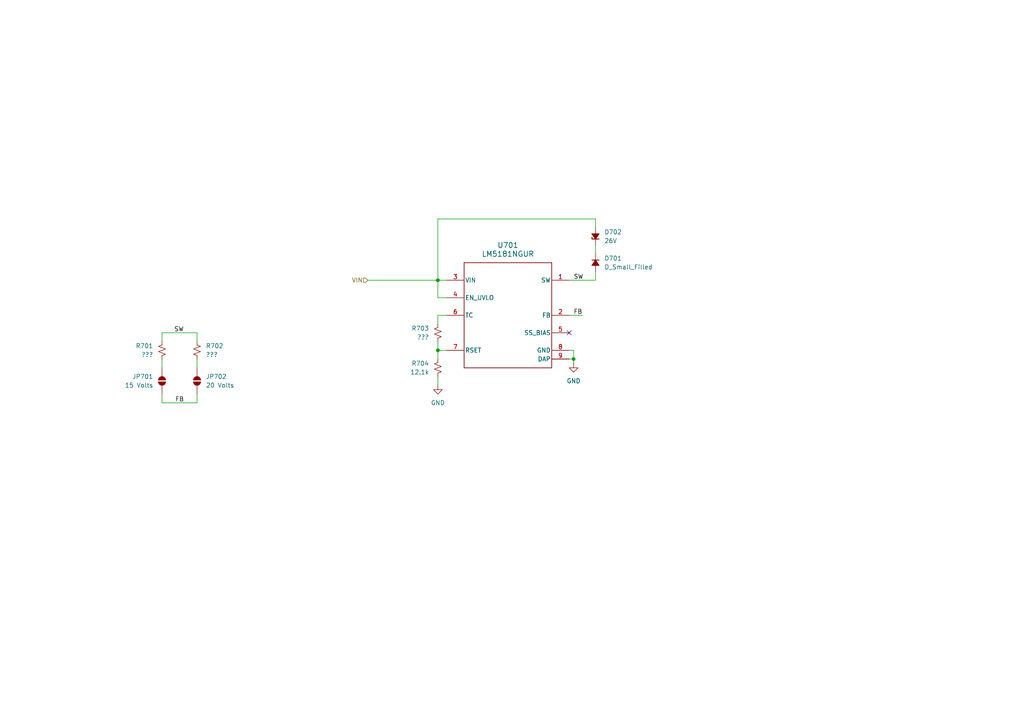
<source format=kicad_sch>
(kicad_sch (version 20231120) (generator "eeschema") (generator_version "8.0")
  (paper "A4")
  (title_block (title "Power Supply") (date "2024-10-27") (rev "0.1.0") (company "University of Wisconsin-Platteville") (comment 1 "Nicholas Loehrke"))
  (lib_symbols
    (symbol "Device:D_Small_Filled" (pin_numbers hide) (pin_names (offset 0.254) hide)
      (property "Reference" "D" (at -1.27 2.032 0))
      (property "Value" "D_Small_Filled" (at -3.81 -2.032 0))
      (symbol "D_Small_Filled_0_1"
        (polyline (pts (xy -0.762 -1.016) (xy -0.762 1.016)) (stroke (width 0.254)))
        (polyline (pts (xy -0.762 0) (xy 0.762 0)))
        (polyline (pts (xy 0.762 -1.016) (xy -0.762 0) (xy 0.762 1.016) (xy 0.762 -1.016)) (stroke (width 0.254)) (fill (type outline)))
      )
      (symbol "D_Small_Filled_1_1"
        (pin passive line (at -2.54 0 0) (length 1.778) (name "K") (number "1"))
        (pin passive line (at 2.54 0 180) (length 1.778) (name "A") (number "2"))
      )
    )
    (symbol "Device:D_Zener_Small_Filled" (pin_numbers hide) (pin_names (offset 0.254) hide)
      (property "Reference" "D" (at 0 2.286 0))
      (property "Value" "D_Zener_Small_Filled" (at 0 -2.286 0))
      (symbol "D_Zener_Small_Filled_0_1"
        (polyline (pts (xy 0.762 0) (xy -0.762 0)))
        (polyline (pts (xy -0.254 1.016) (xy -0.762 1.016) (xy -0.762 -1.016)) (stroke (width 0.254)))
        (polyline (pts (xy 0.762 1.016) (xy -0.762 0) (xy 0.762 -1.016) (xy 0.762 1.016)) (stroke (width 0.254)) (fill (type outline)))
      )
      (symbol "D_Zener_Small_Filled_1_1"
        (pin passive line (at -2.54 0 0) (length 1.778) (name "K") (number "1"))
        (pin passive line (at 2.54 0 180) (length 1.778) (name "A") (number "2"))
      )
    )
    (symbol "Device:R_Small_US" (pin_numbers hide) (pin_names (offset 0.254) hide)
      (property "Reference" "R" (at 0.762 0.508 0))
      (property "Value" "R_Small_US" (at 0.762 -1.016 0))
      (symbol "R_Small_US_1_1"
        (polyline (pts (xy 0 0) (xy 1.016 -0.381) (xy 0 -0.762) (xy -1.016 -1.143) (xy 0 -1.524)))
        (polyline (pts (xy 0 1.524) (xy 1.016 1.143) (xy 0 0.762) (xy -1.016 0.381) (xy 0 0)))
        (pin passive line (at 0 2.54 270) (length 1.016) (name "~") (number "1"))
        (pin passive line (at 0 -2.54 90) (length 1.016) (name "~") (number "2"))
      )
    )
    (symbol "Jumper:SolderJumper_2_Open" (pin_numbers hide) (pin_names (offset 0) hide) (exclude_from_sim yes) (in_bom no)
      (property "Reference" "JP" (at 0 2.032 0))
      (property "Value" "SolderJumper_2_Open" (at 0 -2.54 0))
      (symbol "SolderJumper_2_Open_0_1"
        (arc (start -0.254 1.016) (mid -1.2656 0) (end -0.254 -1.016))
        (arc (start -0.254 1.016) (mid -1.2656 0) (end -0.254 -1.016) (fill (type outline)))
        (polyline (pts (xy -0.254 1.016) (xy -0.254 -1.016)))
        (polyline (pts (xy 0.254 1.016) (xy 0.254 -1.016)))
        (arc (start 0.254 -1.016) (mid 1.2656 0) (end 0.254 1.016))
        (arc (start 0.254 -1.016) (mid 1.2656 0) (end 0.254 1.016) (fill (type outline)))
      )
      (symbol "SolderJumper_2_Open_1_1"
        (pin passive line (at -3.81 0 0) (length 2.54) (name "A") (number "1"))
        (pin passive line (at 3.81 0 180) (length 2.54) (name "B") (number "2"))
      )
    )
    (symbol "LM5181NGUR:LM5181NGUR" (pin_names (offset 0.254))
      (property "Reference" "U" (at 0 2.54 0))
      (property "Value" "LM5181NGUR" (at 0 0 0))
      (symbol "LM5181NGUR_0_1"
        (polyline (pts (xy 5.08 -25.4) (xy 30.48 -25.4)) (stroke (width 0.2032)))
        (polyline (pts (xy 5.08 5.08) (xy 5.08 -25.4)) (stroke (width 0.2032)))
        (polyline (pts (xy 30.48 -25.4) (xy 30.48 5.08)) (stroke (width 0.2032)))
        (polyline (pts (xy 30.48 5.08) (xy 5.08 5.08)) (stroke (width 0.2032)))
        (pin unspecified line (at 35.56 0 180) (length 5.08) (name "SW") (number "1"))
        (pin unspecified line (at 35.56 -10.16 180) (length 5.08) (name "FB") (number "2"))
        (pin power_in line (at 0 0 0) (length 5.08) (name "VIN") (number "3"))
        (pin input line (at 0 -5.08 0) (length 5.08) (name "EN_UVLO") (number "4"))
        (pin unspecified line (at 35.56 -15.24 180) (length 5.08) (name "SS_BIAS") (number "5"))
        (pin unspecified line (at 0 -10.16 0) (length 5.08) (name "TC") (number "6"))
        (pin unspecified line (at 0 -20.32 0) (length 5.08) (name "RSET") (number "7"))
        (pin power_in line (at 35.56 -20.32 180) (length 5.08) (name "GND") (number "8"))
        (pin power_in line (at 35.56 -22.86 180) (length 5.08) (name "DAP") (number "9"))
      )
    )
    (symbol "power:GND" (power) (pin_numbers hide) (pin_names (offset 0) hide)
      (property "Value" "GND" (at 0 -3.81 0))
      (symbol "GND_0_1"
        (polyline (pts (xy 0 0) (xy 0 -1.27) (xy 1.27 -1.27) (xy 0 -2.54) (xy -1.27 -1.27) (xy 0 -1.27)))
      )
      (symbol "GND_1_1"
        (pin power_in line (at 0 0 270) (length 0) (name "~") (number "1"))
      )
    )
  )
  (junction (at 127 81.28))
  (junction (at 166.37 104.14))
  (junction (at 127 101.6))
  (no_connect (at 165.1 96.52))
  (wire (pts (xy 129.54 86.36) (xy 127 86.36)))
  (wire (pts (xy 57.15 96.52) (xy 57.15 99.06)))
  (wire (pts (xy 129.54 91.44) (xy 127 91.44)))
  (wire (pts (xy 168.91 91.44) (xy 165.1 91.44)))
  (wire (pts (xy 127 81.28) (xy 129.54 81.28)))
  (wire (pts (xy 46.99 114.3) (xy 46.99 116.84)))
  (wire (pts (xy 172.72 66.04) (xy 172.72 63.5)))
  (wire (pts (xy 106.68 81.28) (xy 127 81.28)))
  (wire (pts (xy 46.99 99.06) (xy 46.99 96.52)))
  (wire (pts (xy 165.1 81.28) (xy 172.72 81.28)))
  (wire (pts (xy 127 109.22) (xy 127 111.76)))
  (wire (pts (xy 57.15 104.14) (xy 57.15 106.68)))
  (wire (pts (xy 127 101.6) (xy 127 104.14)))
  (wire (pts (xy 127 99.06) (xy 127 101.6)))
  (wire (pts (xy 172.72 71.12) (xy 172.72 73.66)))
  (wire (pts (xy 166.37 101.6) (xy 166.37 104.14)))
  (wire (pts (xy 127 91.44) (xy 127 93.98)))
  (wire (pts (xy 166.37 104.14) (xy 165.1 104.14)))
  (wire (pts (xy 172.72 78.74) (xy 172.72 81.28)))
  (wire (pts (xy 46.99 116.84) (xy 57.15 116.84)))
  (wire (pts (xy 172.72 63.5) (xy 127 63.5)))
  (wire (pts (xy 166.37 104.14) (xy 166.37 105.41)))
  (wire (pts (xy 127 101.6) (xy 129.54 101.6)))
  (wire (pts (xy 165.1 101.6) (xy 166.37 101.6)))
  (wire (pts (xy 127 63.5) (xy 127 81.28)))
  (wire (pts (xy 57.15 114.3) (xy 57.15 116.84)))
  (wire (pts (xy 46.99 96.52) (xy 57.15 96.52)))
  (wire (pts (xy 46.99 104.14) (xy 46.99 106.68)))
  (wire (pts (xy 127 86.36) (xy 127 81.28)))
  (label "FB" (at 168.91 91.44 180))
  (label "SW" (at 53.34 96.52 180))
  (label "FB" (at 50.8 116.84 0))
  (label "SW" (at 166.37 81.28 0))
  (hierarchical_label "VIN" (shape input) (at 106.68 81.28 180))
  (symbol (lib_id "Device:R_Small_US") (at 127 96.52 0) (mirror y) (unit 1)
    (property "Reference" "R703" (at 124.46 95.2499 0) (effects (justify left)))
    (property "Value" "???" (at 124.46 97.7899 0) (effects (justify left)))
    (property "Description" "Resistor, small US symbol" (effects (hide yes)))
  )
  (symbol (lib_id "Device:R_Small_US") (at 46.99 101.6 0) (mirror y) (unit 1)
    (property "Reference" "R701" (at 44.45 100.3299 0) (effects (justify left)))
    (property "Value" "???" (at 44.45 102.8699 0) (effects (justify left)))
    (property "Description" "Resistor, small US symbol" (effects (hide yes)))
  )
  (symbol (lib_id "Device:D_Zener_Small_Filled") (at 172.72 68.58 90) (unit 1)
    (property "Reference" "D702" (at 175.26 67.3099 90) (effects (justify right)))
    (property "Value" "26V" (at 175.26 69.8499 90) (effects (justify right)))
    (property "Description" "Zener diode, small symbol, filled shape" (effects (hide yes)))
  )
  (symbol (lib_id "Device:D_Small_Filled") (at 172.72 76.2 270) (unit 1)
    (property "Reference" "D701" (at 175.26 74.9299 90) (effects (justify left)))
    (property "Value" "D_Small_Filled" (at 175.26 77.4699 90) (effects (justify left)))
    (property "Description" "Diode, small symbol, filled shape" (effects (hide yes)))
    (property "Sim.Device" "D" (effects (hide yes)))
    (property "Sim.Pins" "1=K 2=A" (effects (hide yes)))
  )
  (symbol (lib_id "Device:R_Small_US") (at 57.15 101.6 0) (unit 1)
    (property "Reference" "R702" (at 59.69 100.3299 0) (effects (justify left)))
    (property "Value" "???" (at 59.69 102.8699 0) (effects (justify left)))
    (property "Description" "Resistor, small US symbol" (effects (hide yes)))
  )
  (symbol (lib_id "LM5181NGUR:LM5181NGUR") (at 129.54 81.28 0) (unit 1)
    (property "Reference" "U701" (at 147.32 71.12 0) (effects (font (size 1.524 1.524))))
    (property "Value" "LM5181NGUR" (at 147.32 73.66 0) (effects (font (size 1.524 1.524))))
    (property "Footprint" "NGU0008C-IPC_A" (effects (hide yes)))
    (property "Datasheet" "LM5181NGUR" (effects (hide yes)))
  )
  (symbol (lib_id "power:GND") (at 166.37 105.41 0) (unit 1)
    (property "Reference" "#PWR0701" (effects (hide yes)))
    (property "Value" "GND" (at 166.37 110.49 0))
    (property "Description" "Power symbol creates a global label with name \"GND\" , ground" (effects (hide yes)))
  )
  (symbol (lib_id "Jumper:SolderJumper_2_Open") (at 46.99 110.49 270) (mirror x) (unit 1) (exclude_from_sim yes) (in_bom no)
    (property "Reference" "JP701" (at 44.45 109.2199 90) (effects (justify right)))
    (property "Value" "15 Volts" (at 44.45 111.7599 90) (effects (justify right)))
    (property "Description" "Solder Jumper, 2-pole, open" (effects (hide yes)))
  )
  (symbol (lib_id "Device:R_Small_US") (at 127 106.68 0) (mirror y) (unit 1)
    (property "Reference" "R704" (at 124.46 105.4099 0) (effects (justify left)))
    (property "Value" "12.1k" (at 124.46 107.9499 0) (effects (justify left)))
    (property "Description" "Resistor, small US symbol" (effects (hide yes)))
  )
  (symbol (lib_id "Jumper:SolderJumper_2_Open") (at 57.15 110.49 90) (unit 1) (exclude_from_sim yes) (in_bom no)
    (property "Reference" "JP702" (at 59.69 109.2199 90) (effects (justify right)))
    (property "Value" "20 Volts" (at 59.69 111.7599 90) (effects (justify right)))
    (property "Description" "Solder Jumper, 2-pole, open" (effects (hide yes)))
  )
  (symbol (lib_id "power:GND") (at 127 111.76 0) (unit 1)
    (property "Reference" "#PWR0703" (effects (hide yes)))
    (property "Value" "GND" (at 127 116.84 0))
    (property "Description" "Power symbol creates a global label with name \"GND\" , ground" (effects (hide yes)))
  )
)
</source>
